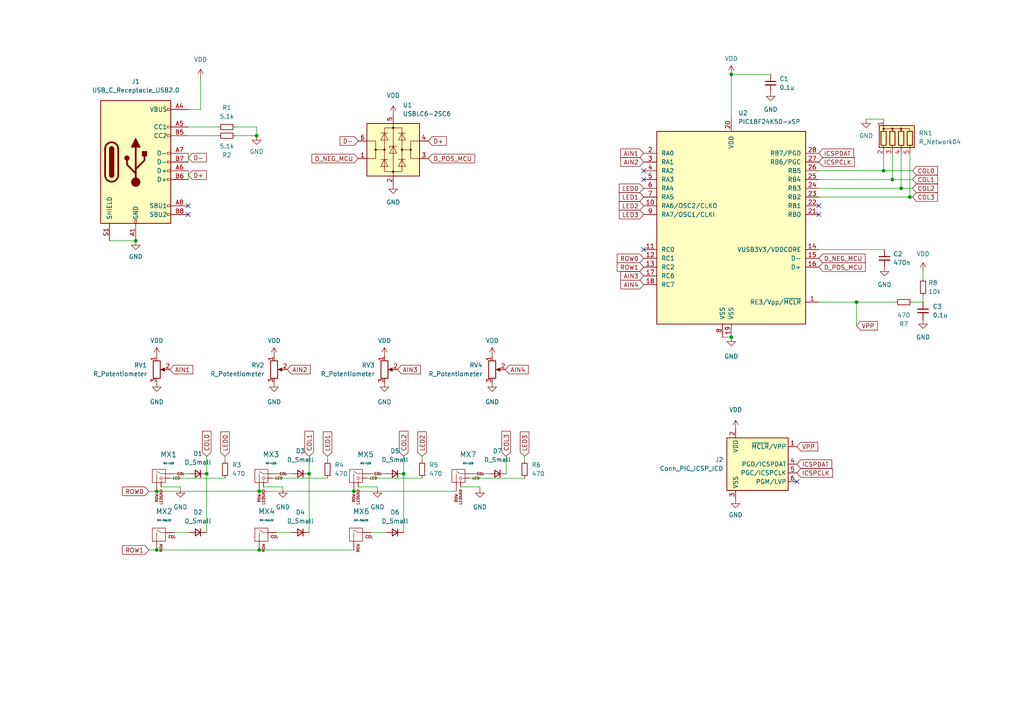
<source format=kicad_sch>
(kicad_sch (version 20211123) (generator eeschema)
  (paper "A4")
  (lib_symbols
    (symbol "Connector:Conn_PIC_ICSP_ICD"
      (property "Reference" "J" (at 6.35 8.89 0))
      (property "Value" "Conn_PIC_ICSP_ICD" (at -8.89 -1.27 90))
      (symbol "Conn_PIC_ICSP_ICD_0_1"
        (rectangle (start -7.62 7.62) (end 10.16 -7.62) (stroke (width 0.254)) (fill (type background)))
      )
      (symbol "Conn_PIC_ICSP_ICD_1_1"
        (pin passive line (at 12.7 5.08 180) (length 2.54) (name "~{MCLR}/VPP") (number "1"))
        (pin passive line (at -5.08 10.16 270) (length 2.54) (name "VDD") (number "2"))
        (pin power_in line (at -5.08 -10.16 90) (length 2.54) (name "VSS") (number "3"))
        (pin bidirectional line (at 12.7 0 180) (length 2.54) (name "PGD/ICSPDAT") (number "4"))
        (pin output line (at 12.7 -2.54 180) (length 2.54) (name "PGC/ICSPCLK") (number "5"))
        (pin output line (at 12.7 -5.08 180) (length 2.54) (name "PGM/LVP") (number "6"))
      )
    )
    (symbol "Connector:USB_C_Receptacle_USB2.0" (pin_names (offset 1.016))
      (property "Reference" "J" (at -10.16 19.05 0))
      (property "Value" "USB_C_Receptacle_USB2.0" (at 19.05 19.05 0))
      (symbol "USB_C_Receptacle_USB2.0_0_0"
        (rectangle (start -0.254 -17.78) (end 0.254 -16.764))
        (rectangle (start 10.16 -14.986) (end 9.144 -15.494))
        (rectangle (start 10.16 -12.446) (end 9.144 -12.954))
        (rectangle (start 10.16 -4.826) (end 9.144 -5.334))
        (rectangle (start 10.16 -2.286) (end 9.144 -2.794))
        (rectangle (start 10.16 0.254) (end 9.144 -0.254))
        (rectangle (start 10.16 2.794) (end 9.144 2.286))
        (rectangle (start 10.16 7.874) (end 9.144 7.366))
        (rectangle (start 10.16 10.414) (end 9.144 9.906))
        (rectangle (start 10.16 15.494) (end 9.144 14.986))
      )
      (symbol "USB_C_Receptacle_USB2.0_0_1"
        (rectangle (start -10.16 17.78) (end 10.16 -17.78) (stroke (width 0.254)) (fill (type background)))
        (arc (start -8.89 -3.81) (mid -6.985 -5.715) (end -5.08 -3.81) (stroke (width 0.508)))
        (arc (start -7.62 -3.81) (mid -6.985 -4.445) (end -6.35 -3.81) (stroke (width 0.254)))
        (arc (start -7.62 -3.81) (mid -6.985 -4.445) (end -6.35 -3.81) (stroke (width 0.254)) (fill (type outline)))
        (rectangle (start -7.62 -3.81) (end -6.35 3.81) (stroke (width 0.254)) (fill (type outline)))
        (arc (start -6.35 3.81) (mid -6.985 4.445) (end -7.62 3.81) (stroke (width 0.254)))
        (arc (start -6.35 3.81) (mid -6.985 4.445) (end -7.62 3.81) (stroke (width 0.254)) (fill (type outline)))
        (arc (start -5.08 3.81) (mid -6.985 5.715) (end -8.89 3.81) (stroke (width 0.508)))
        (circle (center -2.54 1.143) (radius 0.635) (stroke (width 0.254)) (fill (type outline)))
        (circle (center 0 -5.842) (radius 1.27) (fill (type outline)))
        (polyline (pts (xy -8.89 -3.81) (xy -8.89 3.81)) (stroke (width 0.508)))
        (polyline (pts (xy -5.08 3.81) (xy -5.08 -3.81)) (stroke (width 0.508)))
        (polyline (pts (xy 0 -5.842) (xy 0 4.318)) (stroke (width 0.508)))
        (polyline (pts (xy 0 -3.302) (xy -2.54 -0.762) (xy -2.54 0.508)) (stroke (width 0.508)))
        (polyline (pts (xy 0 -2.032) (xy 2.54 0.508) (xy 2.54 1.778)) (stroke (width 0.508)))
        (polyline (pts (xy -1.27 4.318) (xy 0 6.858) (xy 1.27 4.318) (xy -1.27 4.318)) (stroke (width 0.254)) (fill (type outline)))
        (rectangle (start 1.905 1.778) (end 3.175 3.048) (stroke (width 0.254)) (fill (type outline)))
      )
      (symbol "USB_C_Receptacle_USB2.0_1_1"
        (pin passive line (at 0 -22.86 90) (length 5.08) (name "GND") (number "A1"))
        (pin passive line (at 0 -22.86 90) (length 5.08) hide (name "GND") (number "A12"))
        (pin passive line (at 15.24 15.24 180) (length 5.08) (name "VBUS") (number "A4"))
        (pin bidirectional line (at 15.24 10.16 180) (length 5.08) (name "CC1") (number "A5"))
        (pin bidirectional line (at 15.24 -2.54 180) (length 5.08) (name "D+") (number "A6"))
        (pin bidirectional line (at 15.24 2.54 180) (length 5.08) (name "D-") (number "A7"))
        (pin bidirectional line (at 15.24 -12.7 180) (length 5.08) (name "SBU1") (number "A8"))
        (pin passive line (at 15.24 15.24 180) (length 5.08) hide (name "VBUS") (number "A9"))
        (pin passive line (at 0 -22.86 90) (length 5.08) hide (name "GND") (number "B1"))
        (pin passive line (at 0 -22.86 90) (length 5.08) hide (name "GND") (number "B12"))
        (pin passive line (at 15.24 15.24 180) (length 5.08) hide (name "VBUS") (number "B4"))
        (pin bidirectional line (at 15.24 7.62 180) (length 5.08) (name "CC2") (number "B5"))
        (pin bidirectional line (at 15.24 -5.08 180) (length 5.08) (name "D+") (number "B6"))
        (pin bidirectional line (at 15.24 0 180) (length 5.08) (name "D-") (number "B7"))
        (pin bidirectional line (at 15.24 -15.24 180) (length 5.08) (name "SBU2") (number "B8"))
        (pin passive line (at 15.24 15.24 180) (length 5.08) hide (name "VBUS") (number "B9"))
        (pin passive line (at -7.62 -22.86 90) (length 5.08) (name "SHIELD") (number "S1"))
      )
    )
    (symbol "Device:C_Small" (pin_numbers hide) (pin_names (offset 0.254) hide)
      (property "Reference" "C" (at 0.254 1.778 0))
      (property "Value" "C_Small" (at 0.254 -2.032 0))
      (symbol "C_Small_0_1"
        (polyline (pts (xy -1.524 -0.508) (xy 1.524 -0.508)) (stroke (width 0.3302)))
        (polyline (pts (xy -1.524 0.508) (xy 1.524 0.508)) (stroke (width 0.3048)))
      )
      (symbol "C_Small_1_1"
        (pin passive line (at 0 2.54 270) (length 2.032) (name "~") (number "1"))
        (pin passive line (at 0 -2.54 90) (length 2.032) (name "~") (number "2"))
      )
    )
    (symbol "Device:D_Small" (pin_numbers hide) (pin_names (offset 0.254) hide)
      (property "Reference" "D" (at -1.27 2.032 0))
      (property "Value" "D_Small" (at -3.81 -2.032 0))
      (symbol "D_Small_0_1"
        (polyline (pts (xy -0.762 -1.016) (xy -0.762 1.016)) (stroke (width 0.254)))
        (polyline (pts (xy -0.762 0) (xy 0.762 0)))
        (polyline (pts (xy 0.762 -1.016) (xy -0.762 0) (xy 0.762 1.016) (xy 0.762 -1.016)) (stroke (width 0.254)))
      )
      (symbol "D_Small_1_1"
        (pin passive line (at -2.54 0 0) (length 1.778) (name "K") (number "1"))
        (pin passive line (at 2.54 0 180) (length 1.778) (name "A") (number "2"))
      )
    )
    (symbol "Device:R_Network04" (pin_names (offset 0) hide)
      (property "Reference" "RN" (at -7.62 0 90))
      (property "Value" "R_Network04" (at 5.08 0 90))
      (symbol "R_Network04_0_1"
        (rectangle (start -6.35 -3.175) (end 3.81 3.175) (stroke (width 0.254)) (fill (type background)))
        (rectangle (start -5.842 1.524) (end -4.318 -2.54) (stroke (width 0.254)))
        (circle (center -5.08 2.286) (radius 0.254) (fill (type outline)))
        (rectangle (start -3.302 1.524) (end -1.778 -2.54) (stroke (width 0.254)))
        (circle (center -2.54 2.286) (radius 0.254) (fill (type outline)))
        (rectangle (start -0.762 1.524) (end 0.762 -2.54) (stroke (width 0.254)))
        (polyline (pts (xy -5.08 -2.54) (xy -5.08 -3.81)))
        (polyline (pts (xy -2.54 -2.54) (xy -2.54 -3.81)))
        (polyline (pts (xy 0 -2.54) (xy 0 -3.81)))
        (polyline (pts (xy 2.54 -2.54) (xy 2.54 -3.81)))
        (polyline (pts (xy -5.08 1.524) (xy -5.08 2.286) (xy -2.54 2.286) (xy -2.54 1.524)))
        (polyline (pts (xy -2.54 1.524) (xy -2.54 2.286) (xy 0 2.286) (xy 0 1.524)))
        (polyline (pts (xy 0 1.524) (xy 0 2.286) (xy 2.54 2.286) (xy 2.54 1.524)))
        (circle (center 0 2.286) (radius 0.254) (fill (type outline)))
        (rectangle (start 1.778 1.524) (end 3.302 -2.54) (stroke (width 0.254)))
      )
      (symbol "R_Network04_1_1"
        (pin passive line (at -5.08 5.08 270) (length 2.54) (name "common") (number "1"))
        (pin passive line (at -5.08 -5.08 90) (length 1.27) (name "R1") (number "2"))
        (pin passive line (at -2.54 -5.08 90) (length 1.27) (name "R2") (number "3"))
        (pin passive line (at 0 -5.08 90) (length 1.27) (name "R3") (number "4"))
        (pin passive line (at 2.54 -5.08 90) (length 1.27) (name "R4") (number "5"))
      )
    )
    (symbol "Device:R_Potentiometer" (pin_names (offset 1.016) hide)
      (property "Reference" "RV" (at -4.445 0 90))
      (property "Value" "R_Potentiometer" (at -2.54 0 90))
      (symbol "R_Potentiometer_0_1"
        (polyline (pts (xy 2.54 0) (xy 1.524 0)))
        (polyline (pts (xy 1.143 0) (xy 2.286 0.508) (xy 2.286 -0.508) (xy 1.143 0)) (fill (type outline)))
        (rectangle (start 1.016 2.54) (end -1.016 -2.54) (stroke (width 0.254)))
      )
      (symbol "R_Potentiometer_1_1"
        (pin passive line (at 0 3.81 270) (length 1.27) (name "1") (number "1"))
        (pin passive line (at 3.81 0 180) (length 1.27) (name "2") (number "2"))
        (pin passive line (at 0 -3.81 90) (length 1.27) (name "3") (number "3"))
      )
    )
    (symbol "Device:R_Small" (pin_numbers hide) (pin_names (offset 0.254) hide)
      (property "Reference" "R" (at 0.762 0.508 0))
      (property "Value" "R_Small" (at 0.762 -1.016 0))
      (symbol "R_Small_0_1"
        (rectangle (start -0.762 1.778) (end 0.762 -1.778) (stroke (width 0.2032)))
      )
      (symbol "R_Small_1_1"
        (pin passive line (at 0 2.54 270) (length 0.762) (name "~") (number "1"))
        (pin passive line (at 0 -2.54 90) (length 0.762) (name "~") (number "2"))
      )
    )
    (symbol "MCU_Microchip_PIC18:PIC18F24K50-xSP" (pin_names (offset 1.27))
      (property "Reference" "U" (at -20.32 30.48 0))
      (property "Value" "PIC18F24K50-xSP" (at 12.7 -27.94 0))
      (symbol "PIC18F24K50-xSP_0_1"
        (rectangle (start -21.59 29.21) (end 21.59 -26.67) (stroke (width 0.254)) (fill (type background)))
      )
      (symbol "PIC18F24K50-xSP_1_1"
        (pin input line (at 25.4 -20.32 180) (length 3.81) (name "RE3/Vpp/~{MCLR}") (number "1"))
        (pin output line (at -25.4 7.62 0) (length 3.81) (name "RA6/OSC2/CLKO") (number "10"))
        (pin bidirectional line (at -25.4 -5.08 0) (length 3.81) (name "RC0") (number "11"))
        (pin bidirectional line (at -25.4 -7.62 0) (length 3.81) (name "RC1") (number "12"))
        (pin bidirectional line (at -25.4 -10.16 0) (length 3.81) (name "RC2") (number "13"))
        (pin bidirectional line (at 25.4 -5.08 180) (length 3.81) (name "VUSB3V3/VDDCORE") (number "14"))
        (pin bidirectional line (at 25.4 -7.62 180) (length 3.81) (name "D-") (number "15"))
        (pin bidirectional line (at 25.4 -10.16 180) (length 3.81) (name "D+") (number "16"))
        (pin bidirectional line (at -25.4 -12.7 0) (length 3.81) (name "RC6") (number "17"))
        (pin bidirectional line (at -25.4 -15.24 0) (length 3.81) (name "RC7") (number "18"))
        (pin power_in line (at 0 -30.48 90) (length 3.81) (name "VSS") (number "19"))
        (pin bidirectional line (at -25.4 22.86 0) (length 3.81) (name "RA0") (number "2"))
        (pin power_in line (at 0 33.02 270) (length 3.81) (name "VDD") (number "20"))
        (pin bidirectional line (at 25.4 5.08 180) (length 3.81) (name "RB0") (number "21"))
        (pin bidirectional line (at 25.4 7.62 180) (length 3.81) (name "RB1") (number "22"))
        (pin bidirectional line (at 25.4 10.16 180) (length 3.81) (name "RB2") (number "23"))
        (pin bidirectional line (at 25.4 12.7 180) (length 3.81) (name "RB3") (number "24"))
        (pin bidirectional line (at 25.4 15.24 180) (length 3.81) (name "RB4") (number "25"))
        (pin bidirectional line (at 25.4 17.78 180) (length 3.81) (name "RB5") (number "26"))
        (pin bidirectional line (at 25.4 20.32 180) (length 3.81) (name "RB6/PGC") (number "27"))
        (pin bidirectional line (at 25.4 22.86 180) (length 3.81) (name "RB7/PGD") (number "28"))
        (pin bidirectional line (at -25.4 20.32 0) (length 3.81) (name "RA1") (number "3"))
        (pin bidirectional line (at -25.4 17.78 0) (length 3.81) (name "RA2") (number "4"))
        (pin bidirectional line (at -25.4 15.24 0) (length 3.81) (name "RA3") (number "5"))
        (pin bidirectional line (at -25.4 12.7 0) (length 3.81) (name "RA4") (number "6"))
        (pin bidirectional line (at -25.4 10.16 0) (length 3.81) (name "RA5") (number "7"))
        (pin power_in line (at -2.54 -30.48 90) (length 3.81) (name "VSS") (number "8"))
        (pin input line (at -25.4 5.08 0) (length 3.81) (name "RA7/OSC1/CLKI") (number "9"))
      )
    )
    (symbol "MX_Alps_Hybrid:MX-LED" (pin_names (offset 1.016))
      (property "Reference" "MX" (at -0.635 3.81 0))
      (property "Value" "MX-LED" (at -0.635 1.27 0))
      (symbol "MX-LED_0_0"
        (rectangle (start -2.54 2.54) (end 1.27 -1.27))
        (polyline (pts (xy -1.27 -1.27) (xy -1.27 1.27)) (stroke (width 0.127)))
        (polyline (pts (xy 0 -1.27) (xy 0 -0.635)) (stroke (width 0.127)))
        (polyline (pts (xy 1.27 0) (xy 0.635 0)) (stroke (width 0.127)))
        (polyline (pts (xy 1.27 1.27) (xy 0 1.27) (xy -1.27 1.905)) (stroke (width 0.127)))
        (circle (center 0 0) (radius 0.3556) (stroke (width 0.127)))
        (text "COL" (at 5.715 1.27 0) (effects (font (size 0.762 0.762))))
        (text "LED" (at 4.445 0 0) (effects (font (size 0.762 0.762))))
        (text "ROW" (at -1.27 -4.445 900) (effects (font (size 0.762 0.762)) (justify right)))
      )
      (symbol "MX-LED_1_0"
        (text "LEDGND" (at 0 -3.175 900) (effects (font (size 0.762 0.762)) (justify right)))
      )
      (symbol "MX-LED_1_1"
        (pin passive line (at 3.81 1.27 180) (length 2.54) (name "COL") (number "1"))
        (pin passive line (at -1.27 -3.81 90) (length 2.54) (name "ROW") (number "2"))
        (pin input line (at 2.54 0 180) (length 1.27) (name "LED") (number "3"))
        (pin passive line (at 0 -2.54 90) (length 1.27) (name "LEDGND") (number "4"))
      )
    )
    (symbol "MX_Alps_Hybrid:MX-NoLED" (pin_names (offset 1.016))
      (property "Reference" "MX" (at -0.635 3.81 0))
      (property "Value" "MX-NoLED" (at -0.635 1.27 0))
      (symbol "MX-NoLED_0_0"
        (rectangle (start -2.54 2.54) (end 1.27 -1.27))
        (polyline (pts (xy -1.27 -1.27) (xy -1.27 1.27)) (stroke (width 0.127)))
        (polyline (pts (xy 1.27 1.27) (xy 0 1.27) (xy -1.27 1.905)) (stroke (width 0.127)))
        (text "COL" (at 3.175 0 0) (effects (font (size 0.762 0.762))))
        (text "ROW" (at 0 -1.905 900) (effects (font (size 0.762 0.762)) (justify right)))
      )
      (symbol "MX-NoLED_1_1"
        (pin passive line (at 3.81 1.27 180) (length 2.54) (name "COL") (number "1"))
        (pin passive line (at -1.27 -3.81 90) (length 2.54) (name "ROW") (number "2"))
      )
    )
    (symbol "Power_Protection:USBLC6-2SC6" (pin_names hide)
      (property "Reference" "U" (at 2.54 8.89 0))
      (property "Value" "USBLC6-2SC6" (at 2.54 -8.89 0))
      (symbol "USBLC6-2SC6_0_1"
        (rectangle (start -7.62 -7.62) (end 7.62 7.62) (stroke (width 0.254)) (fill (type background)))
        (circle (center -5.08 0) (radius 0.254) (fill (type outline)))
        (circle (center -2.54 0) (radius 0.254) (fill (type outline)))
        (rectangle (start -2.54 6.35) (end 2.54 -6.35))
        (circle (center 0 -6.35) (radius 0.254) (fill (type outline)))
        (polyline (pts (xy -5.08 -2.54) (xy -7.62 -2.54)))
        (polyline (pts (xy -5.08 0) (xy -5.08 -2.54)))
        (polyline (pts (xy -5.08 2.54) (xy -7.62 2.54)))
        (polyline (pts (xy -1.524 -2.794) (xy -3.556 -2.794)))
        (polyline (pts (xy -1.524 4.826) (xy -3.556 4.826)))
        (polyline (pts (xy 0 -7.62) (xy 0 -6.35)))
        (polyline (pts (xy 0 -6.35) (xy 0 1.27)))
        (polyline (pts (xy 0 1.27) (xy 0 6.35)))
        (polyline (pts (xy 0 6.35) (xy 0 7.62)))
        (polyline (pts (xy 1.524 -2.794) (xy 3.556 -2.794)))
        (polyline (pts (xy 1.524 4.826) (xy 3.556 4.826)))
        (polyline (pts (xy 5.08 -2.54) (xy 7.62 -2.54)))
        (polyline (pts (xy 5.08 0) (xy 5.08 -2.54)))
        (polyline (pts (xy 5.08 2.54) (xy 7.62 2.54)))
        (polyline (pts (xy -2.54 0) (xy -5.08 0) (xy -5.08 2.54)))
        (polyline (pts (xy 2.54 0) (xy 5.08 0) (xy 5.08 2.54)))
        (polyline (pts (xy -3.556 -4.826) (xy -1.524 -4.826) (xy -2.54 -2.794) (xy -3.556 -4.826)))
        (polyline (pts (xy -3.556 2.794) (xy -1.524 2.794) (xy -2.54 4.826) (xy -3.556 2.794)))
        (polyline (pts (xy -1.016 -1.016) (xy 1.016 -1.016) (xy 0 1.016) (xy -1.016 -1.016)))
        (polyline (pts (xy 1.016 1.016) (xy 0.762 1.016) (xy -1.016 1.016) (xy -1.016 0.508)))
        (polyline (pts (xy 3.556 -4.826) (xy 1.524 -4.826) (xy 2.54 -2.794) (xy 3.556 -4.826)))
        (polyline (pts (xy 3.556 2.794) (xy 1.524 2.794) (xy 2.54 4.826) (xy 3.556 2.794)))
        (circle (center 0 6.35) (radius 0.254) (fill (type outline)))
        (circle (center 2.54 0) (radius 0.254) (fill (type outline)))
        (circle (center 5.08 0) (radius 0.254) (fill (type outline)))
      )
      (symbol "USBLC6-2SC6_1_1"
        (pin passive line (at -10.16 -2.54 0) (length 2.54) (name "I/O1") (number "1"))
        (pin passive line (at 0 -10.16 90) (length 2.54) (name "GND") (number "2"))
        (pin passive line (at 10.16 -2.54 180) (length 2.54) (name "I/O2") (number "3"))
        (pin passive line (at 10.16 2.54 180) (length 2.54) (name "I/O2") (number "4"))
        (pin passive line (at 0 10.16 270) (length 2.54) (name "VBUS") (number "5"))
        (pin passive line (at -10.16 2.54 0) (length 2.54) (name "I/O1") (number "6"))
      )
    )
    (symbol "power:GND" (power) (pin_names (offset 0))
      (property "Value" "GND" (at 0 -3.81 0))
      (symbol "GND_0_1"
        (polyline (pts (xy 0 0) (xy 0 -1.27) (xy 1.27 -1.27) (xy 0 -2.54) (xy -1.27 -1.27) (xy 0 -1.27)))
      )
      (symbol "GND_1_1"
        (pin power_in line (at 0 0 270) (length 0) hide (name "GND") (number "1"))
      )
    )
    (symbol "power:VDD" (power) (pin_names (offset 0))
      (property "Value" "VDD" (at 0 3.81 0))
      (symbol "VDD_0_1"
        (polyline (pts (xy -0.762 1.27) (xy 0 2.54)))
        (polyline (pts (xy 0 0) (xy 0 2.54)))
        (polyline (pts (xy 0 2.54) (xy 0.762 1.27)))
      )
      (symbol "VDD_1_1"
        (pin power_in line (at 0 0 90) (length 0) hide (name "VDD") (number "1"))
      )
    )
  )
  (junction (at 261.366 54.61))
  (junction (at 39.37 69.85))
  (junction (at 45.466 159.512))
  (junction (at 89.662 137.414))
  (junction (at 256.286 49.53))
  (junction (at 102.616 142.494))
  (junction (at 74.422 39.37))
  (junction (at 117.094 137.414))
  (junction (at 212.09 21.59))
  (junction (at 75.184 159.512))
  (junction (at 263.906 57.15))
  (junction (at 248.412 87.63))
  (junction (at 59.944 137.414))
  (junction (at 258.826 52.07))
  (junction (at 45.466 142.494))
  (junction (at 212.09 97.79))
  (junction (at 75.184 142.494))
  (no_connect (at 231.14 139.7))
  (no_connect (at 186.69 49.53))
  (no_connect (at 54.61 59.69))
  (no_connect (at 54.61 62.23))
  (no_connect (at 237.49 59.69))
  (no_connect (at 237.49 62.23))
  (no_connect (at 186.69 52.07))
  (no_connect (at 186.69 72.39))
  (wire (pts (xy 258.826 52.07) (xy 237.49 52.07)))
  (wire (pts (xy 45.466 142.494) (xy 75.184 142.494)))
  (wire (pts (xy 139.192 141.224) (xy 133.604 141.224)))
  (wire (pts (xy 68.326 36.83) (xy 74.422 36.83)))
  (wire (pts (xy 109.474 141.732) (xy 109.474 141.224)))
  (wire (pts (xy 117.094 137.414) (xy 117.094 154.432)))
  (wire (pts (xy 49.276 138.684) (xy 65.278 138.684)))
  (wire (pts (xy 75.184 159.512) (xy 102.616 159.512)))
  (wire (pts (xy 146.812 132.334) (xy 146.812 137.414)))
  (wire (pts (xy 82.042 141.732) (xy 82.042 141.224)))
  (wire (pts (xy 58.166 22.606) (xy 58.166 31.75)))
  (wire (pts (xy 102.616 142.494) (xy 132.334 142.494)))
  (wire (pts (xy 45.466 159.512) (xy 75.184 159.512)))
  (wire (pts (xy 59.944 137.414) (xy 59.944 154.432)))
  (wire (pts (xy 267.716 85.852) (xy 267.716 87.63)))
  (wire (pts (xy 50.546 154.432) (xy 54.864 154.432)))
  (wire (pts (xy 264.668 54.61) (xy 261.366 54.61)))
  (wire (pts (xy 89.662 132.334) (xy 89.662 137.414)))
  (wire (pts (xy 117.094 132.334) (xy 117.094 137.414)))
  (wire (pts (xy 50.546 137.414) (xy 54.864 137.414)))
  (wire (pts (xy 63.246 39.37) (xy 54.61 39.37)))
  (wire (pts (xy 65.278 132.334) (xy 65.278 133.604)))
  (wire (pts (xy 256.286 44.704) (xy 256.286 49.53)))
  (wire (pts (xy 68.326 39.37) (xy 74.422 39.37)))
  (wire (pts (xy 59.944 132.334) (xy 59.944 137.414)))
  (wire (pts (xy 63.246 36.83) (xy 54.61 36.83)))
  (wire (pts (xy 263.906 57.15) (xy 237.49 57.15)))
  (wire (pts (xy 75.184 142.494) (xy 102.616 142.494)))
  (wire (pts (xy 122.428 132.334) (xy 122.428 133.604)))
  (wire (pts (xy 209.55 97.79) (xy 212.09 97.79)))
  (wire (pts (xy 264.668 49.53) (xy 256.286 49.53)))
  (wire (pts (xy 43.18 159.512) (xy 45.466 159.512)))
  (wire (pts (xy 256.286 49.53) (xy 237.49 49.53)))
  (wire (pts (xy 106.426 138.684) (xy 122.428 138.684)))
  (wire (pts (xy 261.366 44.704) (xy 261.366 54.61)))
  (wire (pts (xy 264.668 57.15) (xy 263.906 57.15)))
  (wire (pts (xy 89.662 137.414) (xy 89.662 154.432)))
  (wire (pts (xy 78.994 138.684) (xy 94.996 138.684)))
  (wire (pts (xy 74.422 36.83) (xy 74.422 39.37)))
  (wire (pts (xy 248.412 87.63) (xy 259.588 87.63)))
  (wire (pts (xy 264.668 52.07) (xy 258.826 52.07)))
  (wire (pts (xy 82.042 141.224) (xy 76.454 141.224)))
  (wire (pts (xy 107.696 137.414) (xy 112.014 137.414)))
  (wire (pts (xy 80.264 154.432) (xy 84.582 154.432)))
  (wire (pts (xy 58.166 31.75) (xy 54.61 31.75)))
  (wire (pts (xy 109.474 141.224) (xy 103.886 141.224)))
  (wire (pts (xy 43.18 142.494) (xy 45.466 142.494)))
  (wire (pts (xy 264.668 87.63) (xy 267.716 87.63)))
  (wire (pts (xy 107.696 154.432) (xy 112.014 154.432)))
  (wire (pts (xy 251.206 34.544) (xy 256.286 34.544)))
  (wire (pts (xy 267.716 78.74) (xy 267.716 80.772)))
  (wire (pts (xy 54.61 49.53) (xy 54.61 52.07)))
  (wire (pts (xy 80.264 137.414) (xy 84.582 137.414)))
  (wire (pts (xy 31.75 69.85) (xy 39.37 69.85)))
  (wire (pts (xy 212.09 21.59) (xy 212.09 34.29)))
  (wire (pts (xy 237.49 87.63) (xy 248.412 87.63)))
  (wire (pts (xy 54.61 44.45) (xy 54.61 46.99)))
  (wire (pts (xy 94.996 132.334) (xy 94.996 133.604)))
  (wire (pts (xy 248.412 87.63) (xy 248.412 94.488)))
  (wire (pts (xy 263.906 44.704) (xy 263.906 57.15)))
  (wire (pts (xy 52.324 141.732) (xy 52.324 141.224)))
  (wire (pts (xy 136.144 138.684) (xy 152.146 138.684)))
  (wire (pts (xy 237.49 72.39) (xy 256.54 72.39)))
  (wire (pts (xy 139.192 141.732) (xy 139.192 141.224)))
  (wire (pts (xy 258.826 44.704) (xy 258.826 52.07)))
  (wire (pts (xy 237.49 54.61) (xy 261.366 54.61)))
  (wire (pts (xy 52.324 141.224) (xy 46.736 141.224)))
  (wire (pts (xy 137.414 137.414) (xy 141.732 137.414)))
  (wire (pts (xy 152.146 132.334) (xy 152.146 133.604)))
  (wire (pts (xy 212.09 21.59) (xy 223.52 21.59)))
  (global_label "D_NEG_MCU" (shape input) (at 103.886 45.974 180) (property "Intersheet References" "${INTERSHEET_REFS}" (effects hide)))
  (global_label "AIN4" (shape input) (at 146.558 107.188 0) (property "Intersheet References" "${INTERSHEET_REFS}" (effects hide)))
  (global_label "D_POS_MCU" (shape input) (at 124.206 45.974 0) (property "Intersheet References" "${INTERSHEET_REFS}" (effects hide)))
  (global_label "AIN3" (shape input) (at 186.69 80.01 180) (property "Intersheet References" "${INTERSHEET_REFS}" (effects hide)))
  (global_label "LED1" (shape input) (at 186.69 57.15 180) (property "Intersheet References" "${INTERSHEET_REFS}" (effects hide)))
  (global_label "LED0" (shape input) (at 186.69 54.61 180) (property "Intersheet References" "${INTERSHEET_REFS}" (effects hide)))
  (global_label "ICSPCLK" (shape input) (at 231.14 137.16 0) (property "Intersheet References" "${INTERSHEET_REFS}" (effects hide)))
  (global_label "ROW0" (shape input) (at 186.69 74.93 180) (property "Intersheet References" "${INTERSHEET_REFS}" (effects hide)))
  (global_label "ICSPDAT" (shape input) (at 237.49 44.45 0) (property "Intersheet References" "${INTERSHEET_REFS}" (effects hide)))
  (global_label "COL3" (shape input) (at 146.812 132.334 90) (property "Intersheet References" "${INTERSHEET_REFS}" (effects hide)))
  (global_label "ROW0" (shape input) (at 43.18 142.494 180) (property "Intersheet References" "${INTERSHEET_REFS}" (effects hide)))
  (global_label "ICSPCLK" (shape input) (at 237.49 46.99 0) (property "Intersheet References" "${INTERSHEET_REFS}" (effects hide)))
  (global_label "AIN2" (shape input) (at 83.312 107.188 0) (property "Intersheet References" "${INTERSHEET_REFS}" (effects hide)))
  (global_label "VPP" (shape input) (at 248.412 94.488 0) (property "Intersheet References" "${INTERSHEET_REFS}" (effects hide)))
  (global_label "AIN3" (shape input) (at 115.316 107.188 0) (property "Intersheet References" "${INTERSHEET_REFS}" (effects hide)))
  (global_label "ROW1" (shape input) (at 43.18 159.512 180) (property "Intersheet References" "${INTERSHEET_REFS}" (effects hide)))
  (global_label "COL0" (shape input) (at 264.668 49.53 0) (property "Intersheet References" "${INTERSHEET_REFS}" (effects hide)))
  (global_label "D-" (shape input) (at 54.61 45.72 0) (property "Intersheet References" "${INTERSHEET_REFS}" (effects hide)))
  (global_label "COL1" (shape input) (at 89.662 132.334 90) (property "Intersheet References" "${INTERSHEET_REFS}" (effects hide)))
  (global_label "COL3" (shape input) (at 264.668 57.15 0) (property "Intersheet References" "${INTERSHEET_REFS}" (effects hide)))
  (global_label "AIN2" (shape input) (at 186.69 46.99 180) (property "Intersheet References" "${INTERSHEET_REFS}" (effects hide)))
  (global_label "D_POS_MCU" (shape input) (at 237.49 77.47 0) (property "Intersheet References" "${INTERSHEET_REFS}" (effects hide)))
  (global_label "D-" (shape input) (at 103.886 40.894 180) (property "Intersheet References" "${INTERSHEET_REFS}" (effects hide)))
  (global_label "ROW1" (shape input) (at 186.69 77.47 180) (property "Intersheet References" "${INTERSHEET_REFS}" (effects hide)))
  (global_label "AIN4" (shape input) (at 186.69 82.55 180) (property "Intersheet References" "${INTERSHEET_REFS}" (effects hide)))
  (global_label "LED3" (shape input) (at 186.69 62.23 180) (property "Intersheet References" "${INTERSHEET_REFS}" (effects hide)))
  (global_label "D_NEG_MCU" (shape input) (at 237.49 74.93 0) (property "Intersheet References" "${INTERSHEET_REFS}" (effects hide)))
  (global_label "COL2" (shape input) (at 117.094 132.334 90) (property "Intersheet References" "${INTERSHEET_REFS}" (effects hide)))
  (global_label "COL1" (shape input) (at 264.668 52.07 0) (property "Intersheet References" "${INTERSHEET_REFS}" (effects hide)))
  (global_label "LED1" (shape input) (at 94.996 132.334 90) (property "Intersheet References" "${INTERSHEET_REFS}" (effects hide)))
  (global_label "D+" (shape input) (at 124.206 40.894 0) (property "Intersheet References" "${INTERSHEET_REFS}" (effects hide)))
  (global_label "D+" (shape input) (at 54.61 50.8 0) (property "Intersheet References" "${INTERSHEET_REFS}" (effects hide)))
  (global_label "LED2" (shape input) (at 122.428 132.334 90) (property "Intersheet References" "${INTERSHEET_REFS}" (effects hide)))
  (global_label "AIN1" (shape input) (at 186.69 44.45 180) (property "Intersheet References" "${INTERSHEET_REFS}" (effects hide)))
  (global_label "AIN1" (shape input) (at 49.276 107.188 0) (property "Intersheet References" "${INTERSHEET_REFS}" (effects hide)))
  (global_label "LED2" (shape input) (at 186.69 59.69 180) (property "Intersheet References" "${INTERSHEET_REFS}" (effects hide)))
  (global_label "VPP" (shape input) (at 231.14 129.54 0) (property "Intersheet References" "${INTERSHEET_REFS}" (effects hide)))
  (global_label "LED0" (shape input) (at 65.278 132.334 90) (property "Intersheet References" "${INTERSHEET_REFS}" (effects hide)))
  (global_label "COL0" (shape input) (at 59.944 132.334 90) (property "Intersheet References" "${INTERSHEET_REFS}" (effects hide)))
  (global_label "LED3" (shape input) (at 152.146 132.334 90) (property "Intersheet References" "${INTERSHEET_REFS}" (effects hide)))
  (global_label "COL2" (shape input) (at 264.668 54.61 0) (property "Intersheet References" "${INTERSHEET_REFS}" (effects hide)))
  (global_label "ICSPDAT" (shape input) (at 231.14 134.62 0) (property "Intersheet References" "${INTERSHEET_REFS}" (effects hide)))
  (symbol (lib_id "power:GND") (at 251.206 34.544 0) (unit 1)
    (property "Reference" "#PWR0126" (effects hide))
    (property "Value" "GND" (at 251.206 39.37 0))
  )
  (symbol (lib_id "power:GND") (at 114.046 53.594 0) (unit 1)
    (property "Reference" "#PWR0105" (effects hide))
    (property "Value" "GND" (at 114.046 58.674 0))
  )
  (symbol (lib_id "Device:R_Potentiometer") (at 111.506 107.188 0) (unit 1)
    (property "Reference" "RV3" (at 108.712 105.9179 0) (effects (justify right)))
    (property "Value" "R_Potentiometer" (at 108.712 108.4579 0) (effects (justify right)))
    (property "Footprint" "Slider:PTB0143" (effects hide))
  )
  (symbol (lib_id "power:GND") (at 213.36 144.78 0) (unit 1)
    (property "Reference" "#PWR0106" (effects hide))
    (property "Value" "GND" (at 213.36 149.352 0))
  )
  (symbol (lib_id "power:GND") (at 109.474 141.732 0) (unit 1)
    (property "Reference" "#PWR0112" (effects hide))
    (property "Value" "GND" (at 109.474 147.066 0))
  )
  (symbol (lib_id "Device:D_Small") (at 87.122 137.414 180) (unit 1)
    (property "Reference" "D3" (at 87.122 130.81 0))
    (property "Value" "D_Small" (at 87.122 133.35 0))
    (property "Footprint" "Diode_THT:D_DO-34_SOD68_P7.62mm_Horizontal" (effects hide))
  )
  (symbol (lib_id "Connector:Conn_PIC_ICSP_ICD") (at 218.44 134.62 0) (unit 1)
    (property "Reference" "J2" (at 209.804 133.3499 0) (effects (justify right)))
    (property "Value" "Conn_PIC_ICSP_ICD" (at 209.804 135.8899 0) (effects (justify right)))
    (property "Footprint" "Connector_PinHeader_2.54mm:PinHeader_1x06_P2.54mm_Vertical" (effects hide))
    (property "Datasheet" "http://ww1.microchip.com/downloads/en/devicedoc/30277d.pdf" (effects hide))
  )
  (symbol (lib_id "MX_Alps_Hybrid:MX-LED") (at 46.736 138.684 0) (unit 1)
    (property "Reference" "MX1" (at 48.8916 131.826 0) (effects (font (size 1.524 1.524))))
    (property "Value" "MX-LED" (at 48.8916 134.366 0) (effects (font (size 0.508 0.508))))
    (property "Footprint" "MX_Only:MXOnly-1U" (effects hide))
  )
  (symbol (lib_id "Connector:USB_C_Receptacle_USB2.0") (at 39.37 46.99 0) (unit 1)
    (property "Reference" "J1" (at 39.37 23.622 0))
    (property "Value" "USB_C_Receptacle_USB2.0" (at 39.37 26.162 0))
    (property "Footprint" "Connector_USB:USB_C_Receptacle_XKB_U262-16XN-4BVC11" (effects hide))
    (property "Datasheet" "https://www.usb.org/sites/default/files/documents/usb_type-c.zip" (effects hide))
  )
  (symbol (lib_id "power:GND") (at 52.324 141.732 0) (unit 1)
    (property "Reference" "#PWR0119" (effects hide))
    (property "Value" "GND" (at 52.324 147.066 0))
  )
  (symbol (lib_id "Device:D_Small") (at 144.272 137.414 180) (unit 1)
    (property "Reference" "D7" (at 144.272 130.81 0))
    (property "Value" "D_Small" (at 144.272 133.35 0))
    (property "Footprint" "Diode_THT:D_DO-34_SOD68_P7.62mm_Horizontal" (effects hide))
  )
  (symbol (lib_id "power:GND") (at 74.422 39.37 0) (unit 1)
    (property "Reference" "#PWR0102" (effects hide))
    (property "Value" "GND" (at 74.422 43.942 0))
  )
  (symbol (lib_id "power:GND") (at 139.192 141.732 0) (unit 1)
    (property "Reference" "#PWR0113" (effects hide))
    (property "Value" "GND" (at 139.192 147.066 0))
  )
  (symbol (lib_id "power:VDD") (at 213.36 124.46 0) (unit 1)
    (property "Reference" "#PWR0107" (effects hide))
    (property "Value" "VDD" (at 213.36 118.872 0))
  )
  (symbol (lib_id "power:GND") (at 111.506 110.998 0) (unit 1)
    (property "Reference" "#PWR0120" (effects hide))
    (property "Value" "GND" (at 111.506 116.586 0))
  )
  (symbol (lib_id "power:GND") (at 142.748 110.998 0) (unit 1)
    (property "Reference" "#PWR0115" (effects hide))
    (property "Value" "GND" (at 142.748 116.586 0))
  )
  (symbol (lib_id "power:GND") (at 82.042 141.732 0) (unit 1)
    (property "Reference" "#PWR0123" (effects hide))
    (property "Value" "GND" (at 82.042 147.066 0))
  )
  (symbol (lib_id "Device:D_Small") (at 57.404 154.432 180) (unit 1)
    (property "Reference" "D2" (at 57.404 148.59 0))
    (property "Value" "D_Small" (at 57.404 151.13 0))
    (property "Footprint" "Diode_THT:D_DO-34_SOD68_P7.62mm_Horizontal" (effects hide))
  )
  (symbol (lib_id "Device:C_Small") (at 267.716 90.17 0) (unit 1)
    (property "Reference" "C3" (at 270.51 88.9062 0) (effects (justify left)))
    (property "Value" "0.1u" (at 270.51 91.4462 0) (effects (justify left)))
    (property "Footprint" "Capacitor_THT:C_Disc_D5.1mm_W3.2mm_P5.00mm" (effects hide))
  )
  (symbol (lib_id "power:GND") (at 256.54 77.47 0) (unit 1)
    (property "Reference" "#PWR0108" (effects hide))
    (property "Value" "GND" (at 256.54 82.55 0))
  )
  (symbol (lib_id "power:VDD") (at 212.09 21.59 0) (unit 1)
    (property "Reference" "#PWR0110" (effects hide))
    (property "Value" "VDD" (at 212.09 17.018 0))
  )
  (symbol (lib_id "MX_Alps_Hybrid:MX-LED") (at 103.886 138.684 0) (unit 1)
    (property "Reference" "MX5" (at 106.0416 131.826 0) (effects (font (size 1.524 1.524))))
    (property "Value" "MX-LED" (at 106.0416 134.366 0) (effects (font (size 0.508 0.508))))
    (property "Footprint" "MX_Only:MXOnly-1U" (effects hide))
  )
  (symbol (lib_id "power:VDD") (at 267.716 78.74 0) (unit 1)
    (property "Reference" "#PWR0124" (effects hide))
    (property "Value" "VDD" (at 267.716 73.66 0))
  )
  (symbol (lib_id "Device:D_Small") (at 114.554 137.414 180) (unit 1)
    (property "Reference" "D5" (at 114.554 130.81 0))
    (property "Value" "D_Small" (at 114.554 133.35 0))
    (property "Footprint" "Diode_THT:D_DO-34_SOD68_P7.62mm_Horizontal" (effects hide))
  )
  (symbol (lib_id "power:GND") (at 223.52 26.67 0) (unit 1)
    (property "Reference" "#PWR0111" (effects hide))
    (property "Value" "GND" (at 223.52 31.75 0))
  )
  (symbol (lib_id "Device:R_Small") (at 94.996 136.144 180) (unit 1)
    (property "Reference" "R4" (at 97.028 134.8739 0) (effects (justify right)))
    (property "Value" "470" (at 97.028 137.4139 0) (effects (justify right)))
    (property "Footprint" "Resistor_THT:R_Axial_DIN0309_L9.0mm_D3.2mm_P12.70mm_Horizontal" (effects hide))
  )
  (symbol (lib_id "power:GND") (at 212.09 97.79 0) (unit 1)
    (property "Reference" "#PWR0109" (effects hide))
    (property "Value" "GND" (at 212.09 103.378 0))
  )
  (symbol (lib_id "Device:R_Small") (at 267.716 83.312 0) (unit 1)
    (property "Reference" "R8" (at 269.24 82.0419 0) (effects (justify left)))
    (property "Value" "10k" (at 269.24 84.5819 0) (effects (justify left)))
    (property "Footprint" "Resistor_THT:R_Axial_DIN0309_L9.0mm_D3.2mm_P12.70mm_Horizontal" (effects hide))
  )
  (symbol (lib_id "Device:D_Small") (at 57.404 137.414 180) (unit 1)
    (property "Reference" "D1" (at 57.404 131.572 0))
    (property "Value" "D_Small" (at 57.404 134.112 0))
    (property "Footprint" "Diode_THT:D_DO-34_SOD68_P7.62mm_Horizontal" (effects hide))
  )
  (symbol (lib_id "power:GND") (at 39.37 69.85 0) (unit 1)
    (property "Reference" "#PWR0101" (effects hide))
    (property "Value" "GND" (at 39.37 74.422 0))
  )
  (symbol (lib_id "Device:R_Small") (at 65.786 39.37 270) (unit 1)
    (property "Reference" "R2" (at 65.786 44.958 90))
    (property "Value" "5.1k" (at 65.786 42.418 90))
    (property "Footprint" "Resistor_THT:R_Axial_DIN0309_L9.0mm_D3.2mm_P12.70mm_Horizontal" (effects hide))
  )
  (symbol (lib_id "Device:R_Small") (at 262.128 87.63 270) (mirror x) (unit 1)
    (property "Reference" "R7" (at 262.128 93.98 90))
    (property "Value" "470" (at 262.128 91.44 90))
    (property "Footprint" "Resistor_THT:R_Axial_DIN0309_L9.0mm_D3.2mm_P12.70mm_Horizontal" (effects hide))
  )
  (symbol (lib_id "Device:D_Small") (at 87.122 154.432 180) (unit 1)
    (property "Reference" "D4" (at 87.122 148.59 0))
    (property "Value" "D_Small" (at 87.122 151.13 0))
    (property "Footprint" "Diode_THT:D_DO-34_SOD68_P7.62mm_Horizontal" (effects hide))
  )
  (symbol (lib_id "MX_Alps_Hybrid:MX-LED") (at 133.604 138.684 0) (unit 1)
    (property "Reference" "MX7" (at 135.7596 131.826 0) (effects (font (size 1.524 1.524))))
    (property "Value" "MX-LED" (at 135.7596 134.366 0) (effects (font (size 0.508 0.508))))
    (property "Footprint" "MX_Only:MXOnly-1U" (effects hide))
  )
  (symbol (lib_id "Device:R_Potentiometer") (at 79.502 107.188 0) (unit 1)
    (property "Reference" "RV2" (at 76.708 105.9179 0) (effects (justify right)))
    (property "Value" "R_Potentiometer" (at 76.708 108.4579 0) (effects (justify right)))
    (property "Footprint" "Slider:PTB0143" (effects hide))
  )
  (symbol (lib_id "MX_Alps_Hybrid:MX-NoLED") (at 76.454 155.702 0) (unit 1)
    (property "Reference" "MX4" (at 77.3396 148.336 0) (effects (font (size 1.524 1.524))))
    (property "Value" "MX-NoLED" (at 77.3396 150.876 0) (effects (font (size 0.508 0.508))))
    (property "Footprint" "MX_Only:MXOnly-1U-NoLED" (effects hide))
  )
  (symbol (lib_id "Device:R_Small") (at 65.786 36.83 90) (unit 1)
    (property "Reference" "R1" (at 65.786 31.242 90))
    (property "Value" "5.1k" (at 65.786 33.782 90))
    (property "Footprint" "Resistor_THT:R_Axial_DIN0309_L9.0mm_D3.2mm_P12.70mm_Horizontal" (effects hide))
  )
  (symbol (lib_id "MX_Alps_Hybrid:MX-NoLED") (at 46.736 155.702 0) (unit 1)
    (property "Reference" "MX2" (at 47.6216 148.336 0) (effects (font (size 1.524 1.524))))
    (property "Value" "MX-NoLED" (at 47.6216 150.876 0) (effects (font (size 0.508 0.508))))
    (property "Footprint" "MX_Only:MXOnly-1U-NoLED" (effects hide))
  )
  (symbol (lib_id "power:VDD") (at 142.748 103.378 0) (unit 1)
    (property "Reference" "#PWR0114" (effects hide))
    (property "Value" "VDD" (at 142.748 98.806 0))
  )
  (symbol (lib_id "Device:R_Network04") (at 261.366 39.624 0) (unit 1)
    (property "Reference" "RN1" (at 266.446 38.6079 0) (effects (justify left)))
    (property "Value" "R_Network04" (at 266.446 41.1479 0) (effects (justify left)))
    (property "Footprint" "Resistor_THT:R_Array_SIP5" (effects hide))
    (property "Datasheet" "http://www.vishay.com/docs/31509/csc.pdf" (effects hide))
  )
  (symbol (lib_id "power:VDD") (at 111.506 103.378 0) (unit 1)
    (property "Reference" "#PWR0116" (effects hide))
    (property "Value" "VDD" (at 111.506 98.806 0))
  )
  (symbol (lib_id "Device:R_Potentiometer") (at 142.748 107.188 0) (unit 1)
    (property "Reference" "RV4" (at 139.954 105.9179 0) (effects (justify right)))
    (property "Value" "R_Potentiometer" (at 139.954 108.4579 0) (effects (justify right)))
    (property "Footprint" "Slider:PTB0143" (effects hide))
  )
  (symbol (lib_id "Device:R_Small") (at 152.146 136.144 180) (unit 1)
    (property "Reference" "R6" (at 154.178 134.8739 0) (effects (justify right)))
    (property "Value" "470" (at 154.178 137.4139 0) (effects (justify right)))
    (property "Footprint" "Resistor_THT:R_Axial_DIN0309_L9.0mm_D3.2mm_P12.70mm_Horizontal" (effects hide))
  )
  (symbol (lib_id "power:VDD") (at 58.166 22.606 0) (unit 1)
    (property "Reference" "#PWR0103" (effects hide))
    (property "Value" "VDD" (at 58.166 17.272 0))
  )
  (symbol (lib_id "Device:C_Small") (at 223.52 24.13 0) (unit 1)
    (property "Reference" "C1" (at 226.06 22.8662 0) (effects (justify left)))
    (property "Value" "0.1u" (at 226.06 25.4062 0) (effects (justify left)))
    (property "Footprint" "Capacitor_THT:C_Disc_D5.1mm_W3.2mm_P5.00mm" (effects hide))
  )
  (symbol (lib_id "power:VDD") (at 45.466 103.378 0) (unit 1)
    (property "Reference" "#PWR0117" (effects hide))
    (property "Value" "VDD" (at 45.466 98.806 0))
  )
  (symbol (lib_id "power:GND") (at 79.502 110.998 0) (unit 1)
    (property "Reference" "#PWR0121" (effects hide))
    (property "Value" "GND" (at 79.502 116.586 0))
  )
  (symbol (lib_id "Device:R_Small") (at 122.428 136.144 180) (unit 1)
    (property "Reference" "R5" (at 124.46 134.8739 0) (effects (justify right)))
    (property "Value" "470" (at 124.46 137.4139 0) (effects (justify right)))
    (property "Footprint" "Resistor_THT:R_Axial_DIN0309_L9.0mm_D3.2mm_P12.70mm_Horizontal" (effects hide))
  )
  (symbol (lib_id "MX_Alps_Hybrid:MX-LED") (at 76.454 138.684 0) (unit 1)
    (property "Reference" "MX3" (at 78.6096 131.826 0) (effects (font (size 1.524 1.524))))
    (property "Value" "MX-LED" (at 78.6096 134.366 0) (effects (font (size 0.508 0.508))))
    (property "Footprint" "MX_Only:MXOnly-1U" (effects hide))
  )
  (symbol (lib_id "power:VDD") (at 79.502 103.378 0) (unit 1)
    (property "Reference" "#PWR0122" (effects hide))
    (property "Value" "VDD" (at 79.502 98.806 0))
  )
  (symbol (lib_id "MX_Alps_Hybrid:MX-NoLED") (at 103.886 155.702 0) (unit 1)
    (property "Reference" "MX6" (at 104.7716 148.336 0) (effects (font (size 1.524 1.524))))
    (property "Value" "MX-NoLED" (at 104.7716 150.876 0) (effects (font (size 0.508 0.508))))
    (property "Footprint" "MX_Only:MXOnly-1U-NoLED" (effects hide))
  )
  (symbol (lib_id "MCU_Microchip_PIC18:PIC18F24K50-xSP") (at 212.09 67.31 0) (unit 1)
    (property "Reference" "U2" (at 214.1094 32.766 0) (effects (justify left)))
    (property "Value" "PIC18F24K50-xSP" (at 214.1094 35.306 0) (effects (justify left)))
    (property "Footprint" "Package_DIP:DIP-28_W7.62mm" (effects hide))
    (property "Datasheet" "http://ww1.microchip.com/downloads/en/devicedoc/30000684B.pdf" (effects hide))
  )
  (symbol (lib_id "power:GND") (at 267.716 92.71 0) (unit 1)
    (property "Reference" "#PWR0125" (effects hide))
    (property "Value" "GND" (at 267.716 97.79 0))
  )
  (symbol (lib_id "power:GND") (at 45.466 110.998 0) (unit 1)
    (property "Reference" "#PWR0118" (effects hide))
    (property "Value" "GND" (at 45.466 116.586 0))
  )
  (symbol (lib_id "Device:R_Small") (at 65.278 136.144 180) (unit 1)
    (property "Reference" "R3" (at 67.31 134.8739 0) (effects (justify right)))
    (property "Value" "470" (at 67.31 137.4139 0) (effects (justify right)))
    (property "Footprint" "Resistor_THT:R_Axial_DIN0309_L9.0mm_D3.2mm_P12.70mm_Horizontal" (effects hide))
  )
  (symbol (lib_id "Device:D_Small") (at 114.554 154.432 180) (unit 1)
    (property "Reference" "D6" (at 114.554 148.59 0))
    (property "Value" "D_Small" (at 114.554 151.13 0))
    (property "Footprint" "Diode_THT:D_DO-34_SOD68_P7.62mm_Horizontal" (effects hide))
  )
  (symbol (lib_id "power:VDD") (at 114.046 33.274 0) (unit 1)
    (property "Reference" "#PWR0104" (effects hide))
    (property "Value" "VDD" (at 114.046 27.686 0))
  )
  (symbol (lib_id "Device:R_Potentiometer") (at 45.466 107.188 0) (unit 1)
    (property "Reference" "RV1" (at 42.672 105.9179 0) (effects (justify right)))
    (property "Value" "R_Potentiometer" (at 42.672 108.4579 0) (effects (justify right)))
    (property "Footprint" "Slider:PTB0143" (effects hide))
  )
  (symbol (lib_id "Device:C_Small") (at 256.54 74.93 0) (unit 1)
    (property "Reference" "C2" (at 259.08 73.6662 0) (effects (justify left)))
    (property "Value" "470n" (at 259.08 76.2062 0) (effects (justify left)))
    (property "Footprint" "Capacitor_THT:C_Disc_D5.1mm_W3.2mm_P5.00mm" (effects hide))
  )
  (symbol (lib_id "Power_Protection:USBLC6-2SC6") (at 114.046 43.434 0) (unit 1)
    (property "Reference" "U1" (at 116.8147 30.48 0) (effects (justify left)))
    (property "Value" "USBLC6-2SC6" (at 116.8147 33.02 0) (effects (justify left)))
    (property "Footprint" "Package_TO_SOT_SMD:SOT-23-6" (effects hide))
    (property "Datasheet" "https://www.st.com/resource/en/datasheet/usblc6-2.pdf" (effects hide))
  )
)
</source>
